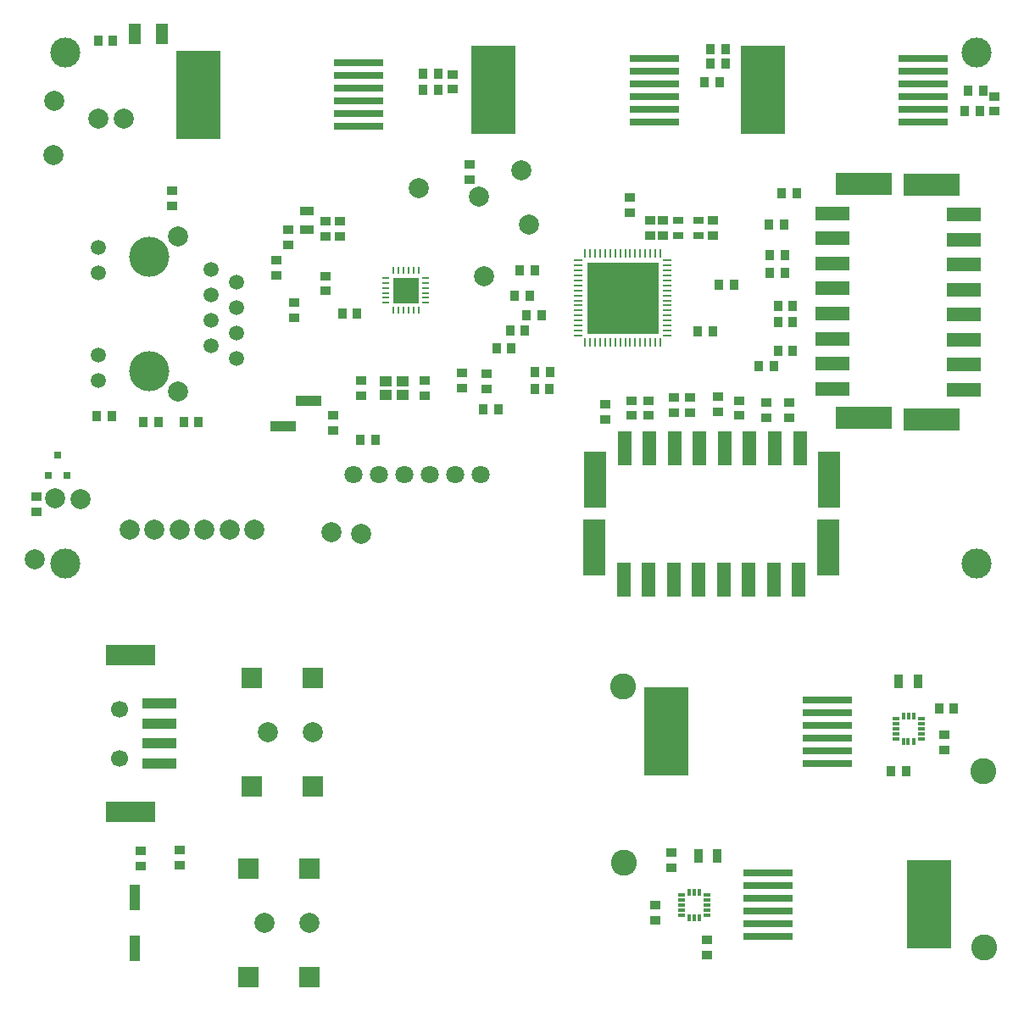
<source format=gts>
G04 #@! TF.FileFunction,Soldermask,Top*
%FSLAX46Y46*%
G04 Gerber Fmt 4.6, Leading zero omitted, Abs format (unit mm)*
G04 Created by KiCad (PCBNEW 4.0.2+e4-6225~38~ubuntu14.04.1-stable) date Sat 13 Aug 2016 03:13:24 PM PDT*
%MOMM*%
G01*
G04 APERTURE LIST*
%ADD10C,0.150000*%
%ADD11R,1.000760X0.899160*%
%ADD12R,5.000000X0.760000*%
%ADD13R,4.500000X8.800000*%
%ADD14R,1.397000X0.889000*%
%ADD15C,3.000000*%
%ADD16C,1.800000*%
%ADD17C,2.000000*%
%ADD18R,1.400000X3.400000*%
%ADD19R,2.300000X5.600000*%
%ADD20R,3.400000X1.400000*%
%ADD21R,5.600000X2.300000*%
%ADD22R,2.540000X0.990600*%
%ADD23R,2.499360X2.499360*%
%ADD24O,0.248920X0.800100*%
%ADD25O,0.800100X0.248920*%
%ADD26R,0.250000X0.850000*%
%ADD27R,0.850000X0.250000*%
%ADD28R,7.150000X7.150000*%
%ADD29R,1.200000X1.100000*%
%ADD30R,1.000000X0.800000*%
%ADD31C,1.500000*%
%ADD32C,4.000000*%
%ADD33R,0.899160X1.000760*%
%ADD34R,1.250000X2.000000*%
%ADD35R,0.800100X0.800100*%
%ADD36C,1.998980*%
%ADD37R,1.998980X1.998980*%
%ADD38R,5.000000X2.000000*%
%ADD39C,1.700000*%
%ADD40R,3.390000X1.120000*%
%ADD41R,0.990600X2.540000*%
%ADD42C,2.600000*%
%ADD43R,0.800000X0.300000*%
%ADD44R,0.300000X0.800000*%
%ADD45R,0.889000X1.397000*%
G04 APERTURE END LIST*
D10*
D11*
X32500000Y-101748160D03*
X32500000Y-103251840D03*
D12*
X110700000Y-28875000D03*
X110700000Y-26335000D03*
X110700000Y-23795000D03*
X110700000Y-25065000D03*
X110700000Y-22525000D03*
X110700000Y-27605000D03*
D13*
X94650000Y-25700000D03*
D14*
X49080000Y-37777500D03*
X49080000Y-39682500D03*
D15*
X25000000Y-73000000D03*
X116000000Y-73000000D03*
D16*
X63899680Y-64100000D03*
X66439680Y-64100000D03*
X53760000Y-64100000D03*
X56300000Y-64100000D03*
X61369840Y-64100000D03*
X58829840Y-64100000D03*
D17*
X28325000Y-28550000D03*
X30825000Y-28550000D03*
D18*
X80750000Y-74600000D03*
X83250000Y-74600000D03*
X85750000Y-74600000D03*
X98250000Y-74600000D03*
X93250000Y-74600000D03*
X95750000Y-74600000D03*
D19*
X77800000Y-71450000D03*
D18*
X90750000Y-74600000D03*
X88250000Y-74600000D03*
D19*
X101200000Y-71450000D03*
D20*
X101600000Y-38050000D03*
X101600000Y-40550000D03*
X101600000Y-43050000D03*
X101600000Y-55550000D03*
X101600000Y-50550000D03*
X101600000Y-53050000D03*
D21*
X104750000Y-35100000D03*
D20*
X101600000Y-48050000D03*
X101600000Y-45550000D03*
D21*
X104750000Y-58500000D03*
D18*
X98350000Y-61500000D03*
X95850000Y-61500000D03*
X93350000Y-61500000D03*
X80850000Y-61500000D03*
X85850000Y-61500000D03*
X83350000Y-61500000D03*
D19*
X101300000Y-64650000D03*
D18*
X88350000Y-61500000D03*
X90850000Y-61500000D03*
D19*
X77900000Y-64650000D03*
D22*
X49270000Y-56730000D03*
X46730000Y-59270000D03*
D17*
X38900000Y-69600000D03*
X36400000Y-69600000D03*
X43900000Y-69600000D03*
X41400000Y-69600000D03*
X31400000Y-69600000D03*
X33900000Y-69600000D03*
D23*
X59010000Y-45730000D03*
D24*
X57760320Y-47728980D03*
X58260700Y-47728980D03*
X58761080Y-47728980D03*
X59258920Y-47728980D03*
X59759300Y-47728980D03*
X60259680Y-47728980D03*
D25*
X61008980Y-46979680D03*
X61008980Y-46479300D03*
X61008980Y-45978920D03*
X61008980Y-45481080D03*
X61008980Y-44980700D03*
X61008980Y-44480320D03*
D24*
X60259680Y-43731020D03*
X59759300Y-43731020D03*
X59258920Y-43731020D03*
X58761080Y-43731020D03*
X58260700Y-43731020D03*
X57760320Y-43731020D03*
D25*
X57011020Y-44480320D03*
X57011020Y-44980700D03*
X57011020Y-45481080D03*
X57011020Y-45978920D03*
X57011020Y-46479300D03*
X57011020Y-46979680D03*
D26*
X83910000Y-50940000D03*
X84410000Y-50940000D03*
X80910000Y-50940000D03*
X81410000Y-50940000D03*
X82410000Y-50940000D03*
X81910000Y-50940000D03*
X83410000Y-50940000D03*
X82910000Y-50940000D03*
X78910000Y-50940000D03*
X79410000Y-50940000D03*
X80410000Y-50940000D03*
X79910000Y-50940000D03*
X77910000Y-50940000D03*
X78410000Y-50940000D03*
X77410000Y-50940000D03*
X76910000Y-50940000D03*
D27*
X76210000Y-50240000D03*
X76210000Y-49740000D03*
X76210000Y-48740000D03*
X76210000Y-49240000D03*
X76210000Y-47240000D03*
X76210000Y-46740000D03*
X76210000Y-47740000D03*
X76210000Y-48240000D03*
X76210000Y-44240000D03*
X76210000Y-43740000D03*
X76210000Y-45240000D03*
X76210000Y-44740000D03*
X76210000Y-45740000D03*
X76210000Y-46240000D03*
X76210000Y-42740000D03*
X76210000Y-43240000D03*
D26*
X76910000Y-42040000D03*
X77410000Y-42040000D03*
X78410000Y-42040000D03*
X77910000Y-42040000D03*
X79910000Y-42040000D03*
X80410000Y-42040000D03*
X79410000Y-42040000D03*
X78910000Y-42040000D03*
X82910000Y-42040000D03*
X83410000Y-42040000D03*
X81910000Y-42040000D03*
X82410000Y-42040000D03*
X81410000Y-42040000D03*
X80910000Y-42040000D03*
X84410000Y-42040000D03*
X83910000Y-42040000D03*
D27*
X85110000Y-43240000D03*
X85110000Y-42740000D03*
X85110000Y-46240000D03*
X85110000Y-45740000D03*
X85110000Y-44740000D03*
X85110000Y-45220000D03*
X85110000Y-43740000D03*
X85110000Y-44240000D03*
X85110000Y-48240000D03*
X85110000Y-47740000D03*
X85110000Y-46740000D03*
X85110000Y-47240000D03*
X85110000Y-49240000D03*
X85110000Y-48740000D03*
X85110000Y-49740000D03*
X85110000Y-50240000D03*
D28*
X80660000Y-46490000D03*
D12*
X83800000Y-28875000D03*
X83800000Y-26335000D03*
X83800000Y-23795000D03*
X83800000Y-25065000D03*
X83800000Y-22525000D03*
X83800000Y-27605000D03*
D13*
X67750000Y-25700000D03*
D12*
X54300000Y-29375000D03*
X54300000Y-26835000D03*
X54300000Y-24295000D03*
X54300000Y-25565000D03*
X54300000Y-23025000D03*
X54300000Y-28105000D03*
D13*
X38250000Y-26200000D03*
D29*
X58650000Y-54800000D03*
X56950000Y-54800000D03*
X58650000Y-56200000D03*
X56950000Y-56200000D03*
D30*
X88200000Y-38750000D03*
X86200000Y-38750000D03*
X88200000Y-40250000D03*
X86200000Y-40250000D03*
D20*
X114700000Y-55650000D03*
X114700000Y-53150000D03*
X114700000Y-50650000D03*
X114700000Y-38150000D03*
X114700000Y-43150000D03*
X114700000Y-40650000D03*
D21*
X111550000Y-58600000D03*
D20*
X114700000Y-45650000D03*
X114700000Y-48150000D03*
D21*
X111550000Y-35200000D03*
D17*
X23900000Y-26800000D03*
X23800000Y-32200000D03*
X66300000Y-36400000D03*
X70500000Y-33700000D03*
X71300000Y-39200000D03*
X60300000Y-35500000D03*
X66800000Y-44300000D03*
X24000000Y-66500000D03*
X26500000Y-66600000D03*
X51600000Y-69900000D03*
X21900000Y-72600000D03*
X54500000Y-70100000D03*
D31*
X28300000Y-41475000D03*
X28300000Y-44015000D03*
X28300000Y-52185000D03*
X28300000Y-54725000D03*
X39550000Y-43660000D03*
X39550000Y-48730000D03*
X39550000Y-46200000D03*
X39550000Y-51270000D03*
X42090000Y-44920000D03*
X42090000Y-50000000D03*
X42090000Y-47460000D03*
D32*
X33332080Y-53815000D03*
X33332080Y-42385000D03*
D17*
X36250000Y-40355000D03*
X36250000Y-55845000D03*
D31*
X42090000Y-52540000D03*
D33*
X89448160Y-23100000D03*
X90951840Y-23100000D03*
D11*
X63700000Y-24148160D03*
X63700000Y-25651840D03*
X117800000Y-26348160D03*
X117800000Y-27851840D03*
D33*
X89448160Y-21600000D03*
X90951840Y-21600000D03*
X62251840Y-24100000D03*
X60748160Y-24100000D03*
X116651840Y-25800000D03*
X115148160Y-25800000D03*
X88848160Y-24900000D03*
X90351840Y-24900000D03*
X60748160Y-25700000D03*
X62251840Y-25700000D03*
X94248160Y-53300000D03*
X95751840Y-53300000D03*
X114848160Y-27800000D03*
X116351840Y-27800000D03*
D11*
X81500000Y-56748160D03*
X81500000Y-58251840D03*
D33*
X96148160Y-51800000D03*
X97651840Y-51800000D03*
D11*
X83200000Y-56748160D03*
X83200000Y-58251840D03*
D33*
X96148160Y-48900000D03*
X97651840Y-48900000D03*
D11*
X85800000Y-56448160D03*
X85800000Y-57951840D03*
D33*
X96148160Y-47300000D03*
X97651840Y-47300000D03*
D11*
X87400000Y-56448160D03*
X87400000Y-57951840D03*
D33*
X95348160Y-44000000D03*
X96851840Y-44000000D03*
D11*
X90200000Y-56348160D03*
X90200000Y-57851840D03*
D33*
X95348160Y-42200000D03*
X96851840Y-42200000D03*
D11*
X92300000Y-56748160D03*
X92300000Y-58251840D03*
D33*
X95248160Y-39200000D03*
X96751840Y-39200000D03*
D11*
X95000000Y-56948160D03*
X95000000Y-58451840D03*
D33*
X96548160Y-36000000D03*
X98051840Y-36000000D03*
D11*
X97300000Y-56948160D03*
X97300000Y-58451840D03*
D33*
X38301840Y-58850000D03*
X36798160Y-58850000D03*
X34301840Y-58850000D03*
X32798160Y-58850000D03*
X54448160Y-60700000D03*
X55951840Y-60700000D03*
X29601840Y-58325000D03*
X28098160Y-58325000D03*
D11*
X46025000Y-42748160D03*
X46025000Y-44251840D03*
X47225000Y-41176840D03*
X47225000Y-39673160D03*
X47850000Y-46948160D03*
X47850000Y-48451840D03*
X50975000Y-45801840D03*
X50975000Y-44298160D03*
D33*
X69551840Y-51500000D03*
X68048160Y-51500000D03*
X70901840Y-49750000D03*
X69398160Y-49750000D03*
X71351840Y-46300000D03*
X69848160Y-46300000D03*
X52628160Y-48030000D03*
X54131840Y-48030000D03*
X68251840Y-57600000D03*
X66748160Y-57600000D03*
X73351840Y-55600000D03*
X71848160Y-55600000D03*
X73391840Y-53890000D03*
X71888160Y-53890000D03*
D11*
X84700000Y-40251840D03*
X84700000Y-38748160D03*
X89700000Y-38748160D03*
X89700000Y-40251840D03*
D33*
X70348160Y-43700000D03*
X71851840Y-43700000D03*
D11*
X81400000Y-36448160D03*
X81400000Y-37951840D03*
X83400000Y-38748160D03*
X83400000Y-40251840D03*
X65400000Y-33148160D03*
X65400000Y-34651840D03*
X51000000Y-38808160D03*
X51000000Y-40311840D03*
D33*
X91751840Y-45200000D03*
X90248160Y-45200000D03*
X71048160Y-48200000D03*
X72551840Y-48200000D03*
X89651840Y-49800000D03*
X88148160Y-49800000D03*
D11*
X35625000Y-37276840D03*
X35625000Y-35773160D03*
X78950000Y-57148160D03*
X78950000Y-58651840D03*
X52420000Y-38828160D03*
X52420000Y-40331840D03*
X51700000Y-58248160D03*
X51700000Y-59751840D03*
X54500000Y-56251840D03*
X54500000Y-54748160D03*
X60900000Y-56251840D03*
X60900000Y-54748160D03*
X64630000Y-55461840D03*
X64630000Y-53958160D03*
X67100000Y-55601840D03*
X67100000Y-54098160D03*
D15*
X25000000Y-22000000D03*
X116000000Y-22000000D03*
D34*
X34675000Y-20100000D03*
X31925000Y-20100000D03*
D35*
X23250000Y-64200760D03*
X25150000Y-64200760D03*
X24200000Y-62201780D03*
D33*
X28248160Y-20800000D03*
X29751840Y-20800000D03*
D11*
X22100000Y-67851840D03*
X22100000Y-66348160D03*
D36*
X45200200Y-89889800D03*
D37*
X49701080Y-95300000D03*
X43600000Y-95300000D03*
X49701080Y-84474520D03*
X43600000Y-84474520D03*
D36*
X49701080Y-89889800D03*
D38*
X31500000Y-97800000D03*
X31500000Y-82200000D03*
D39*
X30400000Y-92500000D03*
D40*
X34400000Y-93000000D03*
X34400000Y-87000000D03*
X34400000Y-89000000D03*
X34400000Y-91000000D03*
D39*
X30400000Y-87600000D03*
D36*
X44900200Y-108915280D03*
D37*
X49401080Y-114325480D03*
X43300000Y-114325480D03*
X49401080Y-103500000D03*
X43300000Y-103500000D03*
D36*
X49401080Y-108915280D03*
D41*
X31900000Y-111440000D03*
X31900000Y-106360000D03*
D11*
X36400000Y-101648160D03*
X36400000Y-103151840D03*
D33*
X113751840Y-87500000D03*
X112248160Y-87500000D03*
X107448160Y-93800000D03*
X108951840Y-93800000D03*
D11*
X112800000Y-91651840D03*
X112800000Y-90148160D03*
D42*
X80700000Y-85300000D03*
X116700000Y-93800000D03*
D43*
X107925000Y-89050000D03*
X107925000Y-88550000D03*
X110475000Y-88550000D03*
X107925000Y-89545000D03*
X107925000Y-90050000D03*
X107925000Y-90550000D03*
D44*
X108700000Y-90825000D03*
X109165000Y-90825000D03*
X109700000Y-90825000D03*
D43*
X110475000Y-90550000D03*
X110475000Y-90050000D03*
X110475000Y-89545000D03*
X110475000Y-89050000D03*
D44*
X109700000Y-88275000D03*
X109185000Y-88275000D03*
X108700000Y-88275000D03*
D12*
X101100000Y-92975000D03*
X101100000Y-90435000D03*
X101100000Y-87895000D03*
X101100000Y-89165000D03*
X101100000Y-86625000D03*
X101100000Y-91705000D03*
D13*
X85050000Y-89800000D03*
D45*
X108247500Y-84800000D03*
X110152500Y-84800000D03*
D12*
X95200000Y-103925000D03*
X95200000Y-106465000D03*
X95200000Y-109005000D03*
X95200000Y-107735000D03*
X95200000Y-110275000D03*
X95200000Y-105195000D03*
D13*
X111250000Y-107100000D03*
D42*
X80800000Y-102900000D03*
X116800000Y-111400000D03*
D43*
X86525000Y-106650000D03*
X86525000Y-106150000D03*
X89075000Y-106150000D03*
X86525000Y-107145000D03*
X86525000Y-107650000D03*
X86525000Y-108150000D03*
D44*
X87300000Y-108425000D03*
X87765000Y-108425000D03*
X88300000Y-108425000D03*
D43*
X89075000Y-108150000D03*
X89075000Y-107650000D03*
X89075000Y-107145000D03*
X89075000Y-106650000D03*
D44*
X88300000Y-105875000D03*
X87785000Y-105875000D03*
X87300000Y-105875000D03*
D11*
X85550000Y-103401840D03*
X85550000Y-101898160D03*
X89060000Y-112141840D03*
X89060000Y-110638160D03*
X83900000Y-108651840D03*
X83900000Y-107148160D03*
D45*
X90122500Y-102200000D03*
X88217500Y-102200000D03*
M02*

</source>
